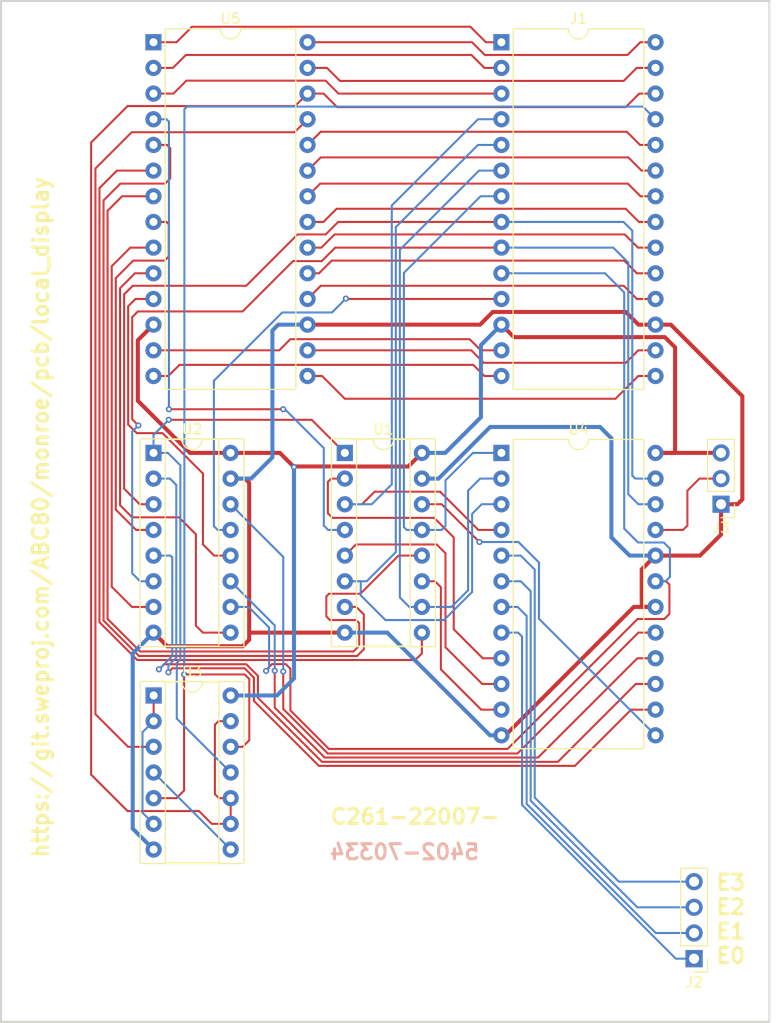
<source format=kicad_pcb>
(kicad_pcb (version 20240108) (generator "pcbnew") (generator_version "8.0")
  (title_block (title "Monroe Local Display") (date "2024-10-31") (rev "ver 0.01") (company "SweProj"))
  (layers (0 "F.Cu" signal) (31 "B.Cu" signal) (34 "B.Paste" user) (35 "F.Paste" user) (36 "B.SilkS" user "B.Silkscreen") (37 "F.SilkS" user "F.Silkscreen") (38 "B.Mask" user) (39 "F.Mask" user) (44 "Edge.Cuts" user))
  (net 0 "")
  (net 1 "/E7")
  (net 2 "/E8")
  (net 3 "/E4")
  (net 4 "Net-(J3-Pin_2)")
  (net 5 "/E2")
  (net 6 "/E10")
  (net 7 "/E1")
  (net 8 "VCC")
  (net 9 "Net-(U1-I0c)")
  (net 10 "Net-(U2-I0a)")
  (net 11 "/E3")
  (net 12 "Net-(U2-I0c)")
  (net 13 "Net-(U1-I0a)")
  (net 14 "Net-(U1-I0d)")
  (net 15 "GND")
  (net 16 "Net-(U1-I0b)")
  (net 17 "/E0")
  (net 18 "/E5")
  (net 19 "/E9")
  (net 20 "/E6")
  (net 21 "Net-(U2-I0d)")
  (net 22 "Net-(U2-I0b)")
  (net 23 "/UNDLN")
  (net 24 "/CHABL")
  (net 25 "/VDC")
  (net 26 "/R3")
  (net 27 "/LD{slash}~{SH}")
  (net 28 "/RETBL")
  (net 29 "Net-(U1-Za)")
  (net 30 "Net-(U2-Zc)")
  (net 31 "/VSYNC")
  (net 32 "/CURSOR")
  (net 33 "Net-(U2-Zb)")
  (net 34 "/BLINK")
  (net 35 "/R1")
  (net 36 "/ATTBE")
  (net 37 "/REVID")
  (net 38 "/R2")
  (net 39 "Net-(U1-Zc)")
  (net 40 "/MS0")
  (net 41 "/VIDEO")
  (net 42 "Net-(U1-Zb)")
  (net 43 "/MS1")
  (net 44 "Net-(U2-Zd)")
  (net 45 "Net-(U2-Za)")
  (net 46 "/R0")
  (net 47 "Net-(U1-Zd)")
  (net 48 "/STKRU")
  (net 49 "Net-(U1-S)")
  (net 50 "/A7")
  (net 51 "/MS0_IN")
  (net 52 "Net-(U3-Pad1)")
  (net 53 "Net-(U3-Pad4)")
  (footprint "Package_DIP:DIP-28_W15.24mm" (layer "F.Cu") (at 79.497 44.079)
    (property "Reference" "J1")
    (property "Value" "Conn_02x14_Counter_Clockwise")
  )
  (footprint "Connector_PinHeader_2.54mm:PinHeader_1x04_P2.54mm_Vertical" (layer "F.Cu") (at 98.552 134.747 180)
    (property "Reference" "J2")
    (property "Value" "Conn_01x04_Pin")
  )
  (footprint "Connector_PinHeader_2.54mm:PinHeader_1x03_P2.54mm_Vertical" (layer "F.Cu") (at 101.219 89.789 180)
    (property "Reference" "J3")
    (property "Value" "Conn_01x03_Pin")
  )
  (footprint "Package_DIP:DIP-14_W7.62mm_Socket" (layer "F.Cu") (at 45.095 108.707)
    (property "Reference" "U3")
    (property "Value" "74LS00")
  )
  (footprint "Package_DIP:DIP-16_W7.62mm_Socket" (layer "F.Cu") (at 64.008 84.709)
    (property "Reference" "U1")
    (property "Value" "74LS157")
  )
  (footprint "Package_DIP:DIP-28_W15.24mm" (layer "F.Cu") (at 45.08 44.079)
    (property "Reference" "U5")
    (property "Value" "~")
  )
  (footprint "Package_DIP:DIP-16_W7.62mm_Socket" (layer "F.Cu") (at 45.085 84.709)
    (property "Reference" "U2")
    (property "Value" "74LS157")
  )
  (footprint "Package_DIP:DIP-24_W15.24mm" (layer "F.Cu") (at 79.497 84.709)
    (property "Reference" "U4")
    (property "Value" "2732")
  )
  (gr_line (start 30 141) (end 106 141) (stroke (width 0.2)) (layer "Edge.Cuts"))
  (gr_line (start 106 40) (end 106 141) (stroke (width 0.2)) (layer "Edge.Cuts"))
  (gr_line (start 30 40) (end 106 40) (stroke (width 0.2)) (layer "Edge.Cuts"))
  (gr_line (start 30 40) (end 30 141) (stroke (width 0.2)) (layer "Edge.Cuts"))
  (gr_text "5402-70334" (at 77.47 125.0696 0) (layer "B.SilkS") (effects (font (size 1.5 1.5) (thickness 0.3) (bold yes)) (justify left bottom mirror)))
  (gr_text "C261-22007-" (at 62.4332 121.5644 0) (layer "F.SilkS") (effects (font (size 1.5 1.5) (thickness 0.3) (bold yes)) (justify left bottom)))
  (gr_text "https://git.sweproj.com/ABC80/monroe/pcb/local_display" (at 34.798 124.9172 90) (layer "F.SilkS") (effects (font (size 1.5 1.5) (thickness 0.3) (bold yes)) (justify left bottom)))
  (gr_text "E3\nE2\nE1\nE0" (at 100.584 135.3312 0) (layer "F.SilkS") (effects (font (size 1.5 1.5) (thickness 0.3) (bold yes)) (justify left bottom)))
  (segment (start 79.497 84.709) (end 76.6826 84.709) (width 0.2) (layer "B.Cu") (net 1))
  (segment (start 73.5838 92.329) (end 71.628 92.329) (width 0.2) (layer "B.Cu") (net 1))
  (segment (start 69.85 66.9036) (end 69.85 92.0496) (width 0.2) (layer "B.Cu") (net 1))
  (segment (start 79.497 59.319) (end 77.4346 59.319) (width 0.2) (layer "B.Cu") (net 1))
  (segment (start 73.9648 87.4268) (end 73.9648 91.948) (width 0.2) (layer "B.Cu") (net 1))
  (segment (start 69.85 92.0496) (end 70.1294 92.329) (width 0.2) (layer "B.Cu") (net 1))
  (segment (start 76.6826 84.709) (end 73.9648 87.4268) (width 0.2) (layer "B.Cu") (net 1))
  (segment (start 73.9648 91.948) (end 73.5838 92.329) (width 0.2) (layer "B.Cu") (net 1))
  (segment (start 77.4346 59.319) (end 69.85 66.9036) (width 0.2) (layer "B.Cu") (net 1))
  (segment (start 70.1294 92.329) (end 71.628 92.329) (width 0.2) (layer "B.Cu") (net 1))
  (segment (start 42.1768 88.2524) (end 42.1768 69.0244) (width 0.2) (layer "F.Cu") (net 2))
  (segment (start 42.1768 69.0244) (end 43.0276 68.1736) (width 0.2) (layer "F.Cu") (net 2))
  (segment (start 43.7134 89.789) (end 42.1768 88.2524) (width 0.2) (layer "F.Cu") (net 2))
  (segment (start 62.113002 63.0936) (end 63.347602 61.859) (width 0.2) (layer "F.Cu") (net 2))
  (segment (start 43.0276 68.1736) (end 54.2544 68.1736) (width 0.2) (layer "F.Cu") (net 2))
  (segment (start 59.3344 63.0936) (end 62.113002 63.0936) (width 0.2) (layer "F.Cu") (net 2))
  (segment (start 54.2544 68.1736) (end 59.3344 63.0936) (width 0.2) (layer "F.Cu") (net 2))
  (segment (start 45.085 89.789) (end 43.7134 89.789) (width 0.2) (layer "F.Cu") (net 2))
  (segment (start 63.347602 61.859) (end 79.497 61.859) (width 0.2) (layer "F.Cu") (net 2))
  (segment (start 94.737 87.249) (end 92.7354 87.249) (width 0.2) (layer "B.Cu") (net 2))
  (segment (start 91.577 61.859) (end 79.497 61.859) (width 0.2) (layer "B.Cu") (net 2))
  (segment (start 92.4432 62.7252) (end 91.577 61.859) (width 0.2) (layer "B.Cu") (net 2))
  (segment (start 92.4432 86.9568) (end 92.4432 62.7252) (width 0.2) (layer "B.Cu") (net 2))
  (segment (start 92.7354 87.249) (end 92.4432 86.9568) (width 0.2) (layer "B.Cu") (net 2))
  (segment (start 77.21364 92.329) (end 79.497 92.329) (width 0.2) (layer "F.Cu") (net 3))
  (segment (start 65.7098 89.789) (end 66.9544 88.5444) (width 0.2) (layer "F.Cu") (net 3))
  (segment (start 73.42904 88.5444) (end 77.21364 92.329) (width 0.2) (layer "F.Cu") (net 3))
  (segment (start 66.9544 88.5444) (end 73.42904 88.5444) (width 0.2) (layer "F.Cu") (net 3))
  (segment (start 64.008 89.789) (end 65.7098 89.789) (width 0.2) (layer "F.Cu") (net 3))
  (segment (start 77.1806 51.699) (end 68.65 60.2296) (width 0.2) (layer "B.Cu") (net 3))
  (segment (start 79.497 51.699) (end 77.1806 51.699) (width 0.2) (layer "B.Cu") (net 3))
  (segment (start 68.65 60.2296) (end 68.65 87.814) (width 0.2) (layer "B.Cu") (net 3))
  (segment (start 68.65 87.814) (end 66.675 89.789) (width 0.2) (layer "B.Cu") (net 3))
  (segment (start 66.675 89.789) (end 64.008 89.789) (width 0.2) (layer "B.Cu") (net 3))
  (segment (start 97.4598 92.329) (end 97.8916 91.8972) (width 0.2) (layer "F.Cu") (net 4))
  (segment (start 99.0854 87.249) (end 101.219 87.249) (width 0.2) (layer "F.Cu") (net 4))
  (segment (start 97.8916 91.8972) (end 97.8916 88.4428) (width 0.2) (layer "F.Cu") (net 4))
  (segment (start 94.737 92.329) (end 97.4598 92.329) (width 0.2) (layer "F.Cu") (net 4))
  (segment (start 97.8916 88.4428) (end 99.0854 87.249) (width 0.2) (layer "F.Cu") (net 4))
  (segment (start 82.389 98.391) (end 81.407 97.409) (width 0.2) (layer "B.Cu") (net 5))
  (segment (start 81.407 97.409) (end 79.497 97.409) (width 0.2) (layer "B.Cu") (net 5))
  (segment (start 92.9386 129.667) (end 82.389 119.1174) (width 0.2) (layer "B.Cu") (net 5))
  (segment (start 82.389 119.1174) (end 82.389 98.391) (width 0.2) (layer "B.Cu") (net 5))
  (segment (start 98.552 129.667) (end 92.9386 129.667) (width 0.2) (layer "B.Cu") (net 5))
  (segment (start 92.964 101.1428) (end 80.1116 113.9952) (width 0.2) (layer "F.Cu") (net 6))
  (segment (start 96.1136 100.6348) (end 95.6056 101.1428) (width 0.2) (layer "F.Cu") (net 6))
  (segment (start 58.6232 110.1852) (end 58.6232 106.065561) (width 0.2) (layer "F.Cu") (net 6))
  (segment (start 96.1136 97.7392) (end 96.1136 100.6348) (width 0.2) (layer "F.Cu") (net 6))
  (segment (start 95.7834 97.409) (end 96.1136 97.7392) (width 0.2) (layer "F.Cu") (net 6))
  (segment (start 56.801237 105.606167) (end 56.220635 106.186769) (width 0.2) (layer "F.Cu") (net 6))
  (segment (start 94.737 97.409) (end 95.7834 97.409) (width 0.2) (layer "F.Cu") (net 6))
  (segment (start 80.1116 113.9952) (end 62.4332 113.9952) (width 0.2) (layer "F.Cu") (net 6))
  (segment (start 58.6232 106.065561) (end 58.163806 105.606167) (width 0.2) (layer "F.Cu") (net 6))
  (segment (start 95.6056 101.1428) (end 92.964 101.1428) (width 0.2) (layer "F.Cu") (net 6))
  (segment (start 58.163806 105.606167) (end 56.801237 105.606167) (width 0.2) (layer "F.Cu") (net 6))
  (segment (start 56.220635 106.186769) (end 56.220635 106.272717) (width 0.2) (layer "F.Cu") (net 6))
  (segment (start 62.4332 113.9952) (end 58.6232 110.1852) (width 0.2) (layer "F.Cu") (net 6))
  (via (at 56.220635 106.272717) (size 0.6) (drill 0.3) (layers "F.Cu" "B.Cu") (net 6))
  (segment (start 95.5548 93.5736) (end 96.1644 94.1832) (width 0.2) (layer "B.Cu") (net 6))
  (segment (start 91.6432 68.834) (end 91.6432 92.199464) (width 0.2) (layer "B.Cu") (net 6))
  (segment (start 96.1644 96.9772) (end 95.7326 97.409) (width 0.2) (layer "B.Cu") (net 6))
  (segment (start 79.497 66.939) (end 89.7482 66.939) (width 0.2) (layer "B.Cu") (net 6))
  (segment (start 91.6432 92.199464) (end 93.017336 93.5736) (width 0.2) (layer "B.Cu") (net 6))
  (segment (start 56.515 101.981) (end 56.515 105.978352) (width 0.2) (layer "B.Cu") (net 6))
  (segment (start 54.483 99.949) (end 56.515 101.981) (width 0.2) (layer "B.Cu") (net 6))
  (segment (start 96.1644 94.1832) (end 96.1644 96.9772) (width 0.2) (layer "B.Cu") (net 6))
  (segment (start 52.705 99.949) (end 54.483 99.949) (width 0.2) (layer "B.Cu") (net 6))
  (segment (start 95.7326 97.409) (end 94.737 97.409) (width 0.2) (layer "B.Cu") (net 6))
  (segment (start 89.7482 66.939) (end 91.6432 68.834) (width 0.2) (layer "B.Cu") (net 6))
  (segment (start 56.515 105.978352) (end 56.220635 106.272717) (width 0.2) (layer "B.Cu") (net 6))
  (segment (start 93.017336 93.5736) (end 95.5548 93.5736) (width 0.2) (layer "B.Cu") (net 6))
  (segment (start 81.989 119.4286) (end 81.989 100.8358) (width 0.2) (layer "B.Cu") (net 7))
  (segment (start 98.552 132.207) (end 94.7674 132.207) (width 0.2) (layer "B.Cu") (net 7))
  (segment (start 81.989 100.8358) (end 81.1022 99.949) (width 0.2) (layer "B.Cu") (net 7))
  (segment (start 94.7674 132.207) (end 81.989 119.4286) (width 0.2) (layer "B.Cu") (net 7))
  (segment (start 81.1022 99.949) (end 79.497 99.949) (width 0.2) (layer "B.Cu") (net 7))
  (segment (start 57.5818 84.709) (end 58.9788 86.106) (width 0.4) (layer "F.Cu") (net 8))
  (segment (start 64.511257 86.0552) (end 64.505057 86.049) (width 0.4) (layer "F.Cu") (net 8))
  (segment (start 43.5356 79.5528) (end 48.6918 84.709) (width 0.4) (layer "F.Cu") (net 8))
  (segment (start 43.5356 73.5634) (end 43.5356 79.5528) (width 0.4) (layer "F.Cu") (net 8))
  (segment (start 79.497 72.019) (end 80.7316 73.2536) (width 0.4) (layer "F.Cu") (net 8))
  (segment (start 59.0358 86.049) (end 58.9788 86.106) (width 0.4) (layer "F.Cu") (net 8))
  (segment (start 95.6564 73.2536) (end 96.6724 74.2696) (width 0.4) (layer "F.Cu") (net 8))
  (segment (start 45.08 72.019) (end 43.5356 73.5634) (width 0.4) (layer "F.Cu") (net 8))
  (segment (start 94.737 84.709) (end 101.219 84.709) (width 0.4) (layer "F.Cu") (net 8))
  (segment (start 71.628 84.709) (end 70.2818 86.0552) (width 0.4) (layer "F.Cu") (net 8))
  (segment (start 64.505057 86.049) (end 59.0358 86.049) (width 0.4) (layer "F.Cu") (net 8))
  (segment (start 70.2818 86.0552) (end 64.511257 86.0552) (width 0.4) (layer "F.Cu") (net 8))
  (segment (start 48.6918 84.709) (end 52.705 84.709) (width 0.4) (layer "F.Cu") (net 8))
  (segment (start 52.705 84.709) (end 57.5818 84.709) (width 0.4) (layer "F.Cu") (net 8))
  (segment (start 96.6724 84.709) (end 94.737 84.709) (width 0.4) (layer "F.Cu") (net 8))
  (segment (start 80.7316 73.2536) (end 95.6564 73.2536) (width 0.4) (layer "F.Cu") (net 8))
  (segment (start 96.6724 74.2696) (end 96.6724 84.709) (width 0.4) (layer "F.Cu") (net 8))
  (via (at 58.9788 86.106) (size 0.6) (drill 0.3) (layers "F.Cu" "B.Cu") (net 8))
  (segment (start 71.628 84.709) (end 73.9394 84.709) (width 0.4) (layer "B.Cu") (net 8))
  (segment (start 77.47 74.046) (end 79.497 72.019) (width 0.4) (layer "B.Cu") (net 8))
  (segment (start 58.9788 107.0252) (end 58.9788 86.106) (width 0.4) (layer "B.Cu") (net 8))
  (segment (start 77.47 81.1784) (end 77.47 74.046) (width 0.4) (layer "B.Cu") (net 8))
  (segment (start 52.715 108.707) (end 57.297 108.707) (width 0.4) (layer "B.Cu") (net 8))
  (segment (start 57.297 108.707) (end 58.9788 107.0252) (width 0.4) (layer "B.Cu") (net 8))
  (segment (start 73.9394 84.709) (end 77.47 81.1784) (width 0.4) (layer "B.Cu") (net 8))
  (segment (start 73.5076 97.9932) (end 73.5076 106.1212) (width 0.2) (layer "F.Cu") (net 9))
  (segment (start 77.4954 110.109) (end 79.497 110.109) (width 0.2) (layer "F.Cu") (net 9))
  (segment (start 72.9234 97.409) (end 73.5076 97.9932) (width 0.2) (layer "F.Cu") (net 9))
  (segment (start 71.628 97.409) (end 72.9234 97.409) (width 0.2) (layer "F.Cu") (net 9))
  (segment (start 73.5076 106.1212) (end 77.4954 110.109) (width 0.2) (layer "F.Cu") (net 9))
  (segment (start 61.4426 115.6716) (end 55.0164 109.2454) (width 0.2) (layer "F.Cu") (net 10))
  (segment (start 46.951683 106.0196) (end 46.555683 106.4156) (width 0.2) (layer "F.Cu") (net 10))
  (segment (start 94.737 110.109) (end 92.329 110.109) (width 0.2) (layer "F.Cu") (net 10))
  (segment (start 55.0164 109.2454) (end 55.0164 106.940886) (width 0.2) (layer "F.Cu") (net 10))
  (segment (start 54.095114 106.0196) (end 46.951683 106.0196) (width 0.2) (layer "F.Cu") (net 10))
  (segment (start 92.329 110.109) (end 86.7664 115.6716) (width 0.2) (layer "F.Cu") (net 10))
  (segment (start 55.0164 106.940886) (end 54.095114 106.0196) (width 0.2) (layer "F.Cu") (net 10))
  (segment (start 86.7664 115.6716) (end 61.4426 115.6716) (width 0.2) (layer "F.Cu") (net 10))
  (via (at 46.555683 106.4156) (size 0.6) (drill 0.3) (layers "F.Cu" "B.Cu") (net 10))
  (segment (start 47.3392 104.966088) (end 46.555683 105.749605) (width 0.2) (layer "B.Cu") (net 10))
  (segment (start 45.085 87.249) (end 46.7106 87.249) (width 0.2) (layer "B.Cu") (net 10))
  (segment (start 46.7106 87.249) (end 47.3392 87.8776) (width 0.2) (layer "B.Cu") (net 10))
  (segment (start 46.555683 105.749605) (end 46.555683 106.4156) (width 0.2) (layer "B.Cu") (net 10))
  (segment (start 47.3392 87.8776) (end 47.3392 104.966088) (width 0.2) (layer "B.Cu") (net 10))
  (segment (start 81.407 94.869) (end 82.789 96.251) (width 0.2) (layer "B.Cu") (net 11))
  (segment (start 79.497 94.869) (end 81.407 94.869) (width 0.2) (layer "B.Cu") (net 11))
  (segment (start 82.789 96.251) (end 82.789 118.8062) (width 0.2) (layer "B.Cu") (net 11))
  (segment (start 91.1098 127.127) (end 98.552 127.127) (width 0.2) (layer "B.Cu") (net 11))
  (segment (start 82.789 118.8062) (end 91.1098 127.127) (width 0.2) (layer "B.Cu") (net 11))
  (segment (start 57.070476 109.902476) (end 57.070476 106.256167) (width 0.2) (layer "F.Cu") (net 12))
  (segment (start 62.014 114.846) (end 57.070476 109.902476) (width 0.2) (layer "F.Cu") (net 12))
  (segment (start 94.737 105.029) (end 92.9386 105.029) (width 0.2) (layer "F.Cu") (net 12))
  (segment (start 92.9386 105.029) (end 83.1216 114.846) (width 0.2) (layer "F.Cu") (net 12))
  (segment (start 83.1216 114.846) (end 62.014 114.846) (width 0.2) (layer "F.Cu") (net 12))
  (via (at 57.070476 106.256167) (size 0.6) (drill 0.3) (layers "F.Cu" "B.Cu") (net 12))
  (segment (start 52.705 97.409) (end 57.070476 101.774476) (width 0.2) (layer "B.Cu") (net 12))
  (segment (start 57.070476 101.774476) (end 57.070476 106.256167) (width 0.2) (layer "B.Cu") (net 12))
  (segment (start 74.7776 93.0656) (end 74.7776 102.1588) (width 0.2) (layer "F.Cu") (net 13))
  (segment (start 64.008 87.249) (end 62.6618 87.249) (width 0.2) (layer "F.Cu") (net 13))
  (segment (start 77.6478 105.029) (end 79.497 105.029) (width 0.2) (layer "F.Cu") (net 13))
  (segment (start 62.3316 87.5792) (end 62.3316 90.678) (width 0.2) (layer "F.Cu") (net 13))
  (segment (start 62.7888 91.1352) (end 72.8472 91.1352) (width 0.2) (layer "F.Cu") (net 13))
  (segment (start 62.6618 87.249) (end 62.3316 87.5792) (width 0.2) (layer "F.Cu") (net 13))
  (segment (start 72.8472 91.1352) (end 74.7776 93.0656) (width 0.2) (layer "F.Cu") (net 13))
  (segment (start 62.3316 90.678) (end 62.7888 91.1352) (width 0.2) (layer "F.Cu") (net 13))
  (segment (start 74.7776 102.1588) (end 77.6478 105.029) (width 0.2) (layer "F.Cu") (net 13))
  (segment (start 73.583806 89.789) (end 77.317606 93.5228) (width 0.2) (layer "F.Cu") (net 14))
  (segment (start 71.628 89.789) (end 73.583806 89.789) (width 0.2) (layer "F.Cu") (net 14))
  (via (at 77.317606 93.5228) (size 0.6) (drill 0.3) (layers "F.Cu" "B.Cu") (net 14))
  (segment (start 81.1784 93.5228) (end 77.317606 93.5228) (width 0.2) (layer "B.Cu") (net 14))
  (segment (start 83.2104 95.5548) (end 81.1784 93.5228) (width 0.2) (layer "B.Cu") (net 14))
  (segment (start 83.2104 101.1224) (end 83.2104 95.5548) (width 0.2) (layer "B.Cu") (net 14))
  (segment (start 94.737 112.649) (end 83.2104 101.1224) (width 0.2) (layer "B.Cu") (net 14))
  (segment (start 54.5719 102.489) (end 54.5465 102.4636) (width 0.4) (layer "F.Cu") (net 15))
  (segment (start 93.3704 96.2356) (end 94.737 94.869) (width 0.4) (layer "F.Cu") (net 15))
  (segment (start 46.4312 103.8352) (end 53.910428 103.8352) (width 0.4) (layer "F.Cu") (net 15))
  (segment (start 94.737 99.949) (end 93.3704 99.949) (width 0.4) (layer "F.Cu") (net 15))
  (segment (start 92.583 99.949) (end 94.737 99.949) (width 0.4) (layer "F.Cu") (net 15))
  (segment (start 64.008 102.489) (end 54.5719 102.489) (width 0.4) (layer "F.Cu") (net 15))
  (segment (start 77.3838 72.019) (end 78.6384 70.7644) (width 0.4) (layer "F.Cu") (net 15))
  (segment (start 79.497 112.649) (end 79.883 112.649) (width 0.4) (layer "F.Cu") (net 15))
  (segment (start 54.1274 87.249) (end 52.705 87.249) (width 0.4) (layer "F.Cu") (net 15))
  (segment (start 99.1362 94.869) (end 101.219 92.7862) (width 0.4) (layer "F.Cu") (net 15))
  (segment (start 96.2506 72.019) (end 103.3272 79.0956) (width 0.4) (layer "F.Cu") (net 15))
  (segment (start 60.32 72.019) (end 77.3838 72.019) (width 0.4) (layer "F.Cu") (net 15))
  (segment (start 78.6384 70.7644) (end 91.7956 70.7644) (width 0.4) (layer "F.Cu") (net 15))
  (segment (start 103.3272 89.3064) (end 102.8446 89.789) (width 0.4) (layer "F.Cu") (net 15))
  (segment (start 103.3272 79.0956) (end 103.3272 89.3064) (width 0.4) (layer "F.Cu") (net 15))
  (segment (start 54.5465 87.6681) (end 54.1274 87.249) (width 0.4) (layer "F.Cu") (net 15))
  (segment (start 45.085 102.489) (end 46.4312 103.8352) (width 0.4) (layer "F.Cu") (net 15))
  (segment (start 102.8446 89.789) (end 101.219 89.789) (width 0.4) (layer "F.Cu") (net 15))
  (segment (start 93.3704 99.949) (end 93.3704 96.2356) (width 0.4) (layer "F.Cu") (net 15))
  (segment (start 93.0502 72.019) (end 94.737 72.019) (width 0.4) (layer "F.Cu") (net 15))
  (segment (start 94.737 72.019) (end 96.2506 72.019) (width 0.4) (layer "F.Cu") (net 15))
  (segment (start 79.883 112.649) (end 92.583 99.949) (width 0.4) (layer "F.Cu") (net 15))
  (segment (start 94.737 94.869) (end 99.1362 94.869) (width 0.4) (layer "F.Cu") (net 15))
  (segment (start 53.910428 103.8352) (end 54.5465 103.199128) (width 0.4) (layer "F.Cu") (net 15))
  (segment (start 101.219 92.7862) (end 101.219 89.789) (width 0.4) (layer "F.Cu") (net 15))
  (segment (start 91.7956 70.7644) (end 93.0502 72.019) (width 0.4) (layer "F.Cu") (net 15))
  (segment (start 54.5465 103.199128) (end 54.5465 87.6681) (width 0.4) (layer "F.Cu") (net 15))
  (segment (start 43.0276 121.8796) (end 43.0276 104.5464) (width 0.4) (layer "B.Cu") (net 15))
  (segment (start 78.3844 82.1436) (end 89.2556 82.1436) (width 0.4) (layer "B.Cu") (net 15))
  (segment (start 43.0276 104.5464) (end 45.085 102.489) (width 0.4) (layer "B.Cu") (net 15))
  (segment (start 56.8452 85.1408) (end 56.8452 72.5932) (width 0.4) (layer "B.Cu") (net 15))
  (segment (start 90.3732 83.2612) (end 90.3732 93.0656) (width 0.4) (layer "B.Cu") (net 15))
  (segment (start 57.4194 72.019) (end 60.32 72.019) (width 0.4) (layer "B.Cu") (net 15))
  (segment (start 68.20563 102.489) (end 64.008 102.489) (width 0.4) (layer "B.Cu") (net 15))
  (segment (start 52.705 87.249) (end 54.737 87.249) (width 0.4) (layer "B.Cu") (net 15))
  (segment (start 54.737 87.249) (end 56.8452 85.1408) (width 0.4) (layer "B.Cu") (net 15))
  (segment (start 90.3732 93.0656) (end 92.1766 94.869) (width 0.4) (layer "B.Cu") (net 15))
  (segment (start 71.628 87.249) (end 73.279 87.249) (width 0.4) (layer "B.Cu") (net 15))
  (segment (start 73.279 87.249) (end 78.3844 82.1436) (width 0.4) (layer "B.Cu") (net 15))
  (segment (start 56.8452 72.5932) (end 57.4194 72.019) (width 0.4) (layer "B.Cu") (net 15))
  (segment (start 79.497 112.649) (end 78.36563 112.649) (width 0.4) (layer "B.Cu") (net 15))
  (segment (start 45.095 123.947) (end 43.0276 121.8796) (width 0.4) (layer "B.Cu") (net 15))
  (segment (start 89.2556 82.1436) (end 90.3732 83.2612) (width 0.4) (layer "B.Cu") (net 15))
  (segment (start 78.36563 112.649) (end 68.20563 102.489) (width 0.4) (layer "B.Cu") (net 15))
  (segment (start 92.1766 94.869) (end 94.737 94.869) (width 0.4) (layer "B.Cu") (net 15))
  (segment (start 65.108 93.769) (end 73.0934 93.769) (width 0.2) (layer "F.Cu") (net 16))
  (segment (start 73.9648 103.9368) (end 77.597 107.569) (width 0.2) (layer "F.Cu") (net 16))
  (segment (start 73.9648 94.6404) (end 73.9648 103.9368) (width 0.2) (layer "F.Cu") (net 16))
  (segment (start 64.008 94.869) (end 65.108 93.769) (width 0.2) (layer "F.Cu") (net 16))
  (segment (start 77.597 107.569) (end 79.497 107.569) (width 0.2) (layer "F.Cu") (net 16))
  (segment (start 73.0934 93.769) (end 73.9648 94.6404) (width 0.2) (layer "F.Cu") (net 16))
  (segment (start 98.552 134.747) (end 96.741714 134.747) (width 0.2) (layer "B.Cu") (net 17))
  (segment (start 96.741714 134.747) (end 81.534 119.539286) (width 0.2) (layer "B.Cu") (net 17))
  (segment (start 81.534 102.87) (end 81.153 102.489) (width 0.2) (layer "B.Cu") (net 17))
  (segment (start 81.534 119.539286) (end 81.534 102.87) (width 0.2) (layer "B.Cu") (net 17))
  (segment (start 81.153 102.489) (end 79.497 102.489) (width 0.2) (layer "B.Cu") (net 17))
  (segment (start 66.167 97.409) (end 64.008 97.409) (width 0.2) (layer "B.Cu") (net 18))
  (segment (start 76.6 90.7352) (end 77.5462 89.789) (width 0.2) (layer "B.Cu") (net 18))
  (segment (start 79.497 54.239) (end 77.1806 54.239) (width 0.2) (layer "B.Cu") (net 18))
  (segment (start 73.819286 101.2444) (end 76.6 98.463686) (width 0.2) (layer "B.Cu") (net 18))
  (segment (start 69.05 62.3696) (end 69.05 94.526) (width 0.2) (layer "B.Cu") (net 18))
  (segment (start 69.05 94.526) (end 66.167 97.409) (width 0.2) (layer "B.Cu") (net 18))
  (segment (start 77.5462 89.789) (end 79.497 89.789) (width 0.2) (layer "B.Cu") (net 18))
  (segment (start 65.5828 98.806) (end 68.0212 101.2444) (width 0.2) (layer "B.Cu") (net 18))
  (segment (start 65.5828 97.409) (end 65.5828 98.806) (width 0.2) (layer "B.Cu") (net 18))
  (segment (start 76.6 98.463686) (end 76.6 90.7352) (width 0.2) (layer "B.Cu") (net 18))
  (segment (start 77.1806 54.239) (end 69.05 62.3696) (width 0.2) (layer "B.Cu") (net 18))
  (segment (start 68.0212 101.2444) (end 73.819286 101.2444) (width 0.2) (layer "B.Cu") (net 18))
  (segment (start 64.008 97.409) (end 65.5828 97.409) (width 0.2) (layer "B.Cu") (net 18))
  (segment (start 79.497 64.399) (end 63.0582 64.399) (width 0.2) (layer "F.Cu") (net 19))
  (segment (start 58.8772 65.7352) (end 53.8988 70.7136) (width 0.2) (layer "F.Cu") (net 19))
  (segment (start 61.722 65.7352) (end 58.8772 65.7352) (width 0.2) (layer "F.Cu") (net 19))
  (segment (start 42.9768 81.37676) (end 43.58882 81.98878) (width 0.2) (layer "F.Cu") (net 19))
  (segment (start 63.0582 64.399) (end 61.722 65.7352) (width 0.2) (layer "F.Cu") (net 19))
  (segment (start 43.5356 70.7136) (end 42.9768 71.2724) (width 0.2) (layer "F.Cu") (net 19))
  (segment (start 53.8988 70.7136) (end 43.5356 70.7136) (width 0.2) (layer "F.Cu") (net 19))
  (segment (start 42.9768 71.2724) (end 42.9768 81.37676) (width 0.2) (layer "F.Cu") (net 19))
  (via (at 43.58882 81.98878) (size 0.6) (drill 0.3) (layers "F.Cu" "B.Cu") (net 19))
  (segment (start 92.0432 88.792) (end 93.0402 89.789) (width 0.2) (layer "B.Cu") (net 19))
  (segment (start 92.0432 65.8812) (end 92.0432 88.792) (width 0.2) (layer "B.Cu") (net 19))
  (segment (start 42.9768 96.6216) (end 42.9768 82.6008) (width 0.2) (layer "B.Cu") (net 19))
  (segment (start 45.085 97.409) (end 43.7642 97.409) (width 0.2) (layer "B.Cu") (net 19))
  (segment (start 43.7642 97.409) (end 42.9768 96.6216) (width 0.2) (layer "B.Cu") (net 19))
  (segment (start 93.0402 89.789) (end 94.737 89.789) (width 0.2) (layer "B.Cu") (net 19))
  (segment (start 42.9768 82.6008) (end 43.58882 81.98878) (width 0.2) (layer "B.Cu") (net 19))
  (segment (start 90.561 64.399) (end 92.0432 65.8812) (width 0.2) (layer "B.Cu") (net 19))
  (segment (start 79.497 64.399) (end 90.561 64.399) (width 0.2) (layer "B.Cu") (net 19))
  (segment (start 70.3834 99.949) (end 69.45 99.0156) (width 0.2) (layer "B.Cu") (net 20))
  (segment (start 76.2 88.4428) (end 76.2 98.298) (width 0.2) (layer "B.Cu") (net 20))
  (segment (start 71.628 99.949) (end 70.3834 99.949) (width 0.2) (layer "B.Cu") (net 20))
  (segment (start 79.497 87.249) (end 77.3938 87.249) (width 0.2) (layer "B.Cu") (net 20))
  (segment (start 69.45 99.0156) (end 69.45 64.6112) (width 0.2) (layer "B.Cu") (net 20))
  (segment (start 77.3938 87.249) (end 76.2 88.4428) (width 0.2) (layer "B.Cu") (net 20))
  (segment (start 69.45 64.6112) (end 77.2822 56.779) (width 0.2) (layer "B.Cu") (net 20))
  (segment (start 76.2 98.298) (end 74.549 99.949) (width 0.2) (layer "B.Cu") (net 20))
  (segment (start 77.2822 56.779) (end 79.497 56.779) (width 0.2) (layer "B.Cu") (net 20))
  (segment (start 74.549 99.949) (end 71.628 99.949) (width 0.2) (layer "B.Cu") (net 20))
  (segment (start 81.0832 114.446) (end 62.318314 114.446) (width 0.2) (layer "F.Cu") (net 21))
  (segment (start 93.0402 102.489) (end 81.0832 114.446) (width 0.2) (layer "F.Cu") (net 21))
  (segment (start 94.737 102.489) (end 93.0402 102.489) (width 0.2) (layer "F.Cu") (net 21))
  (segment (start 57.916931 110.044617) (end 57.916931 106.333742) (width 0.2) (layer "F.Cu") (net 21))
  (segment (start 62.318314 114.446) (end 57.916931 110.044617) (width 0.2) (layer "F.Cu") (net 21))
  (via (at 57.916931 106.333742) (size 0.6) (drill 0.3) (layers "F.Cu" "B.Cu") (net 21))
  (segment (start 52.705 89.789) (end 57.916931 95.000931) (width 0.2) (layer "B.Cu") (net 21))
  (segment (start 57.916931 95.000931) (end 57.916931 106.333742) (width 0.2) (layer "B.Cu") (net 21))
  (segment (start 54.2608 105.6196) (end 46.120002 105.6196) (width 0.2) (layer "F.Cu") (net 22))
  (segment (start 85.0836 115.2716) (end 61.746915 115.2716) (width 0.2) (layer "F.Cu") (net 22))
  (segment (start 55.4164 106.7752) (end 54.2608 105.6196) (width 0.2) (layer "F.Cu") (net 22))
  (segment (start 46.120002 105.6196) (end 45.618402 106.1212) (width 0.2) (layer "F.Cu") (net 22))
  (segment (start 61.746915 115.2716) (end 55.4164 108.941085) (width 0.2) (layer "F.Cu") (net 22))
  (segment (start 92.7862 107.569) (end 85.0836 115.2716) (width 0.2) (layer "F.Cu") (net 22))
  (segment (start 55.4164 108.941085) (end 55.4164 106.7752) (width 0.2) (layer "F.Cu") (net 22))
  (segment (start 94.737 107.569) (end 92.7862 107.569) (width 0.2) (layer "F.Cu") (net 22))
  (via (at 45.618402 106.1212) (size 0.6) (drill 0.3) (layers "F.Cu" "B.Cu") (net 22))
  (segment (start 46.9392 95.0468) (end 46.9392 104.800402) (width 0.2) (layer "B.Cu") (net 22))
  (segment (start 45.085 94.869) (end 46.7614 94.869) (width 0.2) (layer "B.Cu") (net 22))
  (segment (start 46.7614 94.869) (end 46.9392 95.0468) (width 0.2) (layer "B.Cu") (net 22))
  (segment (start 46.9392 104.800402) (end 45.618402 106.1212) (width 0.2) (layer "B.Cu") (net 22))
  (segment (start 62.992 63.0936) (end 91.694 63.0936) (width 0.2) (layer "F.Cu") (net 23))
  (segment (start 60.32 64.399) (end 61.6866 64.399) (width 0.2) (layer "F.Cu") (net 23))
  (segment (start 92.9994 64.399) (end 94.737 64.399) (width 0.2) (layer "F.Cu") (net 23))
  (segment (start 91.694 63.0936) (end 92.9994 64.399) (width 0.2) (layer "F.Cu") (net 23))
  (segment (start 61.6866 64.399) (end 62.992 63.0936) (width 0.2) (layer "F.Cu") (net 23))
  (segment (start 93.2534 59.319) (end 94.737 59.319) (width 0.2) (layer "F.Cu") (net 24))
  (segment (start 61.5746 58.0644) (end 91.9988 58.0644) (width 0.2) (layer "F.Cu") (net 24))
  (segment (start 91.9988 58.0644) (end 93.2534 59.319) (width 0.2) (layer "F.Cu") (net 24))
  (segment (start 60.32 59.319) (end 61.5746 58.0644) (width 0.2) (layer "F.Cu") (net 24))
  (segment (start 45.08 49.159) (end 47.0562 49.159) (width 0.2) (layer "F.Cu") (net 25))
  (segment (start 47.0562 49.159) (end 48.3362 47.879) (width 0.2) (layer "F.Cu") (net 25))
  (segment (start 62.103 47.879) (end 63.383 49.159) (width 0.2) (layer "F.Cu") (net 25))
  (segment (start 48.3362 47.879) (end 62.103 47.879) (width 0.2) (layer "F.Cu") (net 25))
  (segment (start 63.383 49.159) (end 79.497 49.159) (width 0.2) (layer "F.Cu") (net 25))
  (segment (start 77.8102 77.099) (end 79.497 77.099) (width 0.2) (layer "F.Cu") (net 26))
  (segment (start 45.08 77.099) (end 46.5482 77.099) (width 0.2) (layer "F.Cu") (net 26))
  (segment (start 76.7102 75.999) (end 77.8102 77.099) (width 0.2) (layer "F.Cu") (net 26))
  (segment (start 46.5482 77.099) (end 47.6482 75.999) (width 0.2) (layer "F.Cu") (net 26))
  (segment (start 47.6482 75.999) (end 76.7102 75.999) (width 0.2) (layer "F.Cu") (net 26))
  (segment (start 77.8102 46.619) (end 79.497 46.619) (width 0.2) (layer "F.Cu") (net 27))
  (segment (start 48.2854 45.339) (end 76.5302 45.339) (width 0.2) (layer "F.Cu") (net 27))
  (segment (start 45.08 46.619) (end 47.0054 46.619) (width 0.2) (layer "F.Cu") (net 27))
  (segment (start 47.0054 46.619) (end 48.2854 45.339) (width 0.2) (layer "F.Cu") (net 27))
  (segment (start 76.5302 45.339) (end 77.8102 46.619) (width 0.2) (layer "F.Cu") (net 27))
  (segment (start 91.9734 45.339) (end 93.2334 44.079) (width 0.2) (layer "F.Cu") (net 28))
  (segment (start 76.591 44.079) (end 77.851 45.339) (width 0.2) (layer "F.Cu") (net 28))
  (segment (start 93.2334 44.079) (end 94.737 44.079) (width 0.2) (layer "F.Cu") (net 28))
  (segment (start 60.32 44.079) (end 76.591 44.079) (width 0.2) (layer "F.Cu") (net 28))
  (segment (start 77.851 45.339) (end 91.9734 45.339) (width 0.2) (layer "F.Cu") (net 28))
  (segment (start 46.609 80.391) (end 46.608997 80.390997) (width 0.2) (layer "F.Cu") (net 29))
  (segment (start 57.912 80.391) (end 46.609 80.391) (width 0.2) (layer "F.Cu") (net 29))
  (via (at 46.608997 80.390997) (size 0.6) (drill 0.3) (layers "F.Cu" "B.Cu") (net 29))
  (via (at 57.912 80.391) (size 0.6) (drill 0.3) (layers "F.Cu" "B.Cu") (net 29))
  (segment (start 62.357 92.329) (end 61.9252 91.8972) (width 0.2) (layer "B.Cu") (net 29))
  (segment (start 61.9252 91.8972) (end 61.9252 84.2264) (width 0.2) (layer "B.Cu") (net 29))
  (segment (start 61.9252 84.2264) (end 58.0898 80.391) (width 0.2) (layer "B.Cu") (net 29))
  (segment (start 46.608997 51.942997) (end 46.608997 80.390997) (width 0.2) (layer "B.Cu") (net 29))
  (segment (start 58.0898 80.391) (end 57.912 80.391) (width 0.2) (layer "B.Cu") (net 29))
  (segment (start 45.08 51.699) (end 46.365 51.699) (width 0.2) (layer "B.Cu") (net 29))
  (segment (start 64.008 92.329) (end 62.357 92.329) (width 0.2) (layer "B.Cu") (net 29))
  (segment (start 46.365 51.699) (end 46.608997 51.942997) (width 0.2) (layer "B.Cu") (net 29))
  (segment (start 49.276 92.7608) (end 49.276 101.8032) (width 0.2) (layer "F.Cu") (net 30))
  (segment (start 45.08 66.939) (end 43.2462 66.939) (width 0.2) (layer "F.Cu") (net 30))
  (segment (start 41.7768 68.4084) (end 41.7768 89.8844) (width 0.2) (layer "F.Cu") (net 30))
  (segment (start 47.5996 91.0844) (end 49.276 92.7608) (width 0.2) (layer "F.Cu") (net 30))
  (segment (start 42.9768 91.0844) (end 47.5996 91.0844) (width 0.2) (layer "F.Cu") (net 30))
  (segment (start 43.2462 66.939) (end 41.7768 68.4084) (width 0.2) (layer "F.Cu") (net 30))
  (segment (start 49.276 101.8032) (end 49.9618 102.489) (width 0.2) (layer "F.Cu") (net 30))
  (segment (start 41.7768 89.8844) (end 42.9768 91.0844) (width 0.2) (layer "F.Cu") (net 30))
  (segment (start 49.9618 102.489) (end 52.705 102.489) (width 0.2) (layer "F.Cu") (net 30))
  (segment (start 92.0496 55.4736) (end 93.355 56.779) (width 0.2) (layer "F.Cu") (net 31))
  (segment (start 60.32 56.779) (end 61.6254 55.4736) (width 0.2) (layer "F.Cu") (net 31))
  (segment (start 61.6254 55.4736) (end 92.0496 55.4736) (width 0.2) (layer "F.Cu") (net 31))
  (segment (start 93.355 56.779) (end 94.737 56.779) (width 0.2) (layer "F.Cu") (net 31))
  (segment (start 92.8778 46.619) (end 91.5924 47.9044) (width 0.2) (layer "F.Cu") (net 32))
  (segment (start 62.24 46.619) (end 60.32 46.619) (width 0.2) (layer "F.Cu") (net 32))
  (segment (start 91.5924 47.9044) (end 63.5254 47.9044) (width 0.2) (layer "F.Cu") (net 32))
  (segment (start 94.737 46.619) (end 92.8778 46.619) (width 0.2) (layer "F.Cu") (net 32))
  (segment (start 63.5254 47.9044) (end 62.24 46.619) (width 0.2) (layer "F.Cu") (net 32))
  (segment (start 45.085 99.949) (end 42.9514 99.949) (width 0.2) (layer "F.Cu") (net 33))
  (segment (start 42.789 64.399) (end 45.08 64.399) (width 0.2) (layer "F.Cu") (net 33))
  (segment (start 40.9512 97.9488) (end 40.9512 66.2368) (width 0.2) (layer "F.Cu") (net 33))
  (segment (start 42.9514 99.949) (end 40.9512 97.9488) (width 0.2) (layer "F.Cu") (net 33))
  (segment (start 40.9512 66.2368) (end 42.789 64.399) (width 0.2) (layer "F.Cu") (net 33))
  (segment (start 91.8972 52.9336) (end 93.2026 54.239) (width 0.2) (layer "F.Cu") (net 34))
  (segment (start 61.6254 52.9336) (end 91.8972 52.9336) (width 0.2) (layer "F.Cu") (net 34))
  (segment (start 60.32 54.239) (end 61.6254 52.9336) (width 0.2) (layer "F.Cu") (net 34))
  (segment (start 93.2026 54.239) (end 94.737 54.239) (width 0.2) (layer "F.Cu") (net 34))
  (segment (start 94.737 77.099) (end 93.0302 77.099) (width 0.2) (layer "F.Cu") (net 35))
  (segment (start 93.0302 77.099) (end 90.7796 79.3496) (width 0.2) (layer "F.Cu") (net 35))
  (segment (start 64.008 79.3496) (end 61.7574 77.099) (width 0.2) (layer "F.Cu") (net 35))
  (segment (start 61.7574 77.099) (end 60.32 77.099) (width 0.2) (layer "F.Cu") (net 35))
  (segment (start 90.7796 79.3496) (end 64.008 79.3496) (width 0.2) (layer "F.Cu") (net 35))
  (segment (start 60.32 69.479) (end 61.6254 68.1736) (width 0.2) (layer "F.Cu") (net 36))
  (segment (start 92.8978 69.479) (end 94.737 69.479) (width 0.2) (layer "F.Cu") (net 36))
  (segment (start 61.6254 68.1736) (end 91.5924 68.1736) (width 0.2) (layer "F.Cu") (net 36))
  (segment (start 91.5924 68.1736) (end 92.8978 69.479) (width 0.2) (layer "F.Cu") (net 36))
  (segment (start 91.7956 60.5536) (end 93.101 61.859) (width 0.2) (layer "F.Cu") (net 37))
  (segment (start 63.1952 60.5536) (end 91.7956 60.5536) (width 0.2) (layer "F.Cu") (net 37))
  (segment (start 93.101 61.859) (end 94.737 61.859) (width 0.2) (layer "F.Cu") (net 37))
  (segment (start 60.32 61.859) (end 61.8898 61.859) (width 0.2) (layer "F.Cu") (net 37))
  (segment (start 61.8898 61.859) (end 63.1952 60.5536) (width 0.2) (layer "F.Cu") (net 37))
  (segment (start 57.521 74.559) (end 58.621 73.459) (width 0.2) (layer "F.Cu") (net 38))
  (segment (start 45.08 74.559) (end 57.521 74.559) (width 0.2) (layer "F.Cu") (net 38))
  (segment (start 77.4546 74.559) (end 79.497 74.559) (width 0.2) (layer "F.Cu") (net 38))
  (segment (start 76.3546 73.459) (end 77.4546 74.559) (width 0.2) (layer "F.Cu") (net 38))
  (segment (start 58.621 73.459) (end 76.3546 73.459) (width 0.2) (layer "F.Cu") (net 38))
  (segment (start 39.738402 58.508798) (end 41.4682 56.779) (width 0.2) (layer "F.Cu") (net 39))
  (segment (start 39.738402 61.861108) (end 39.738402 58.508798) (width 0.2) (layer "F.Cu") (net 39))
  (segment (start 43.4784 105.2004) (end 39.7384 101.4604) (width 0.2) (layer "F.Cu") (net 39))
  (segment (start 39.7384 101.4604) (end 39.7384 62.026798) (width 0.2) (layer "F.Cu") (net 39))
  (segment (start 70.974 105.2004) (end 43.4784 105.2004) (width 0.2) (layer "F.Cu") (net 39))
  (segment (start 71.628 102.489) (end 71.628 104.5464) (width 0.2) (layer "F.Cu") (net 39))
  (segment (start 41.4682 56.779) (end 45.08 56.779) (width 0.2) (layer "F.Cu") (net 39))
  (segment (start 39.738398 62.026796) (end 39.7384 61.86111) (width 0.2) (layer "F.Cu") (net 39))
  (segment (start 39.7384 61.86111) (end 39.738402 61.861108) (width 0.2) (layer "F.Cu") (net 39))
  (segment (start 39.7384 62.026798) (end 39.738398 62.026796) (width 0.2) (layer "F.Cu") (net 39))
  (segment (start 71.628 104.5464) (end 70.974 105.2004) (width 0.2) (layer "F.Cu") (net 39))
  (segment (start 59.0346 52.9844) (end 42.926 52.9844) (width 0.2) (layer "F.Cu") (net 40))
  (segment (start 39.338408 110.560008) (end 42.5654 113.787) (width 0.2) (layer "F.Cu") (net 40))
  (segment (start 42.926 52.9844) (end 39.338408 56.571992) (width 0.2) (layer "F.Cu") (net 40))
  (segment (start 39.338408 56.571992) (end 39.338408 110.560008) (width 0.2) (layer "F.Cu") (net 40))
  (segment (start 42.5654 113.787) (end 45.095 113.787) (width 0.2) (layer "F.Cu") (net 40))
  (segment (start 60.32 51.699) (end 59.0346 52.9844) (width 0.2) (layer "F.Cu") (net 40))
  (segment (start 77.9626 44.079) (end 79.497 44.079) (width 0.2) (layer "F.Cu") (net 41))
  (segment (start 48.895 42.545) (end 76.4286 42.545) (width 0.2) (layer "F.Cu") (net 41))
  (segment (start 76.4286 42.545) (end 77.9626 44.079) (width 0.2) (layer "F.Cu") (net 41))
  (segment (start 45.08 44.079) (end 47.361 44.079) (width 0.2) (layer "F.Cu") (net 41))
  (segment (start 47.361 44.079) (end 48.895 42.545) (width 0.2) (layer "F.Cu") (net 41))
  (segment (start 65.8876 100.69723) (end 65.13937 99.949) (width 0.2) (layer "F.Cu") (net 42))
  (segment (start 40.1384 101.294714) (end 43.644086 104.8004) (width 0.2) (layer "F.Cu") (net 42))
  (segment (start 40.1384 59.7344) (end 40.1384 101.294714) (width 0.2) (layer "F.Cu") (net 42))
  (segment (start 46.736 57.5564) (end 46.228 58.0644) (width 0.2) (layer "F.Cu") (net 42))
  (segment (start 46.736 54.5592) (end 46.736 57.5564) (width 0.2) (layer "F.Cu") (net 42))
  (segment (start 65.2272 104.8004) (end 65.8876 104.14) (width 0.2) (layer "F.Cu") (net 42))
  (segment (start 43.644086 104.8004) (end 65.2272 104.8004) (width 0.2) (layer "F.Cu") (net 42))
  (segment (start 65.13937 99.949) (end 64.008 99.949) (width 0.2) (layer "F.Cu") (net 42))
  (segment (start 46.4158 54.239) (end 46.736 54.5592) (width 0.2) (layer "F.Cu") (net 42))
  (segment (start 41.8084 58.0644) (end 40.1384 59.7344) (width 0.2) (layer "F.Cu") (net 42))
  (segment (start 46.228 58.0644) (end 41.8084 58.0644) (width 0.2) (layer "F.Cu") (net 42))
  (segment (start 65.8876 104.14) (end 65.8876 100.69723) (width 0.2) (layer "F.Cu") (net 42))
  (segment (start 45.08 54.239) (end 46.4158 54.239) (width 0.2) (layer "F.Cu") (net 42))
  (segment (start 51.5162 111.247) (end 52.715 111.247) (width 0.2) (layer "F.Cu") (net 43))
  (segment (start 51.1556 111.6076) (end 51.5162 111.247) (width 0.2) (layer "F.Cu") (net 43))
  (segment (start 50.8458 121.407) (end 52.715 121.407) (width 0.2) (layer "F.Cu") (net 43))
  (segment (start 42.5196 120.142) (end 49.5808 120.142) (width 0.2) (layer "F.Cu") (net 43))
  (segment (start 59.0854 50.3936) (end 42.5196 50.3936) (width 0.2) (layer "F.Cu") (net 43))
  (segment (start 52.715 118.867) (end 51.557 118.867) (width 0.2) (layer "F.Cu") (net 43))
  (segment (start 52.715 121.407) (end 52.715 118.867) (width 0.2) (layer "F.Cu") (net 43))
  (segment (start 51.1556 118.4656) (end 51.1556 111.6076) (width 0.2) (layer "F.Cu") (net 43))
  (segment (start 60.32 49.159) (end 61.9098 49.159) (width 0.2) (layer "F.Cu") (net 43))
  (segment (start 38.9128 54.0004) (end 38.9128 116.5352) (width 0.2) (layer "F.Cu") (net 43))
  (segment (start 49.5808 120.142) (end 50.8458 121.407) (width 0.2) (layer "F.Cu") (net 43))
  (segment (start 61.9098 49.159) (end 63.246 50.4952) (width 0.2) (layer "F.Cu") (net 43))
  (segment (start 42.5196 50.3936) (end 38.9128 54.0004) (width 0.2) (layer "F.Cu") (net 43))
  (segment (start 93.1318 49.159) (end 94.737 49.159) (width 0.2) (layer "F.Cu") (net 43))
  (segment (start 51.557 118.867) (end 51.1556 118.4656) (width 0.2) (layer "F.Cu") (net 43))
  (segment (start 38.9128 116.5352) (end 42.5196 120.142) (width 0.2) (layer "F.Cu") (net 43))
  (segment (start 63.246 50.4952) (end 91.7956 50.4952) (width 0.2) (layer "F.Cu") (net 43))
  (segment (start 91.7956 50.4952) (end 93.1318 49.159) (width 0.2) (layer "F.Cu") (net 43))
  (segment (start 60.32 49.159) (end 59.0854 50.3936) (width 0.2) (layer "F.Cu") (net 43))
  (segment (start 42.5768 70.1992) (end 43.297 69.479) (width 0.2) (layer "F.Cu") (net 44))
  (segment (start 51.0794 94.869) (end 49.9745 93.7641) (width 0.2) (layer "F.Cu") (net 44))
  (segment (start 49.9745 93.7641) (end 49.9745 86.7537) (width 0.2) (layer "F.Cu") (net 44))
  (segment (start 43.297 69.479) (end 45.08 69.479) (width 0.2) (layer "F.Cu") (net 44))
  (segment (start 45.974 82.7532) (end 43.434 82.7532) (width 0.2) (layer "F.Cu") (net 44))
  (segment (start 43.434 82.7532) (end 42.5768 81.896) (width 0.2) (layer "F.Cu") (net 44))
  (segment (start 49.9745 86.7537) (end 45.974 82.7532) (width 0.2) (layer "F.Cu") (net 44))
  (segment (start 52.705 94.869) (end 51.0794 94.869) (width 0.2) (layer "F.Cu") (net 44))
  (segment (start 42.5768 81.896) (end 42.5768 70.1992) (width 0.2) (layer "F.Cu") (net 44))
  (segment (start 46.5836 65.278) (end 46.1772 65.6844) (width 0.2) (layer "F.Cu") (net 45))
  (segment (start 46.1772 65.6844) (end 43.0784 65.6844) (width 0.2) (layer "F.Cu") (net 45))
  (segment (start 43.0784 65.6844) (end 41.3512 67.4116) (width 0.2) (layer "F.Cu") (net 45))
  (segment (start 46.5836 62.0776) (end 46.5836 65.278) (width 0.2) (layer "F.Cu") (net 45))
  (segment (start 45.08 61.859) (end 46.365 61.859) (width 0.2) (layer "F.Cu") (net 45))
  (segment (start 46.365 61.859) (end 46.5836 62.0776) (width 0.2) (layer "F.Cu") (net 45))
  (segment (start 41.3512 67.4116) (end 41.3512 90.3224) (width 0.2) (layer "F.Cu") (net 45))
  (segment (start 41.3512 90.3224) (end 43.3578 92.329) (width 0.2) (layer "F.Cu") (net 45))
  (segment (start 43.3578 92.329) (end 45.085 92.329) (width 0.2) (layer "F.Cu") (net 45))
  (segment (start 91.7956 75.7936) (end 93.0302 74.559) (width 0.2) (layer "F.Cu") (net 46))
  (segment (start 76.5148 74.559) (end 77.7494 75.7936) (width 0.2) (layer "F.Cu") (net 46))
  (segment (start 60.32 74.559) (end 76.5148 74.559) (width 0.2) (layer "F.Cu") (net 46))
  (segment (start 93.0302 74.559) (end 94.737 74.559) (width 0.2) (layer "F.Cu") (net 46))
  (segment (start 77.7494 75.7936) (end 91.7956 75.7936) (width 0.2) (layer "F.Cu") (net 46))
  (segment (start 65.4304 103.7844) (end 65.4304 101.5492) (width 0.2) (layer "F.Cu") (net 47))
  (segment (start 62.1792 100.8888) (end 62.1792 98.9076) (width 0.2) (layer "F.Cu") (net 47))
  (segment (start 62.1792 98.9076) (end 62.4459 98.6409) (width 0.2) (layer "F.Cu") (net 47))
  (segment (start 41.9762 59.319) (end 40.5384 60.7568) (width 0.2) (layer "F.Cu") (net 47))
  (segment (start 62.5348 101.2444) (end 62.1792 100.8888) (width 0.2) (layer "F.Cu") (net 47))
  (segment (start 69.3166 94.869) (end 71.628 94.869) (width 0.2) (layer "F.Cu") (net 47))
  (segment (start 65.5447 98.6409) (end 69.3166 94.869) (width 0.2) (layer "F.Cu") (net 47))
  (segment (start 64.86084 104.35396) (end 65.4304 103.7844) (width 0.2) (layer "F.Cu") (net 47))
  (segment (start 65.4304 101.5492) (end 65.1256 101.2444) (width 0.2) (layer "F.Cu") (net 47))
  (segment (start 65.1256 101.2444) (end 62.5348 101.2444) (width 0.2) (layer "F.Cu") (net 47))
  (segment (start 62.4459 98.6409) (end 65.5447 98.6409) (width 0.2) (layer "F.Cu") (net 47))
  (segment (start 43.763332 104.35396) (end 64.86084 104.35396) (width 0.2) (layer "F.Cu") (net 47))
  (segment (start 40.5384 101.129028) (end 43.763332 104.35396) (width 0.2) (layer "F.Cu") (net 47))
  (segment (start 40.5384 60.7568) (end 40.5384 101.129028) (width 0.2) (layer "F.Cu") (net 47))
  (segment (start 45.08 59.319) (end 41.9762 59.319) (width 0.2) (layer "F.Cu") (net 47))
  (segment (start 91.6432 65.6844) (end 92.8978 66.939) (width 0.2) (layer "F.Cu") (net 48))
  (segment (start 60.32 66.939) (end 61.45137 66.939) (width 0.2) (layer "F.Cu") (net 48))
  (segment (start 61.45137 66.939) (end 62.70597 65.6844) (width 0.2) (layer "F.Cu") (net 48))
  (segment (start 62.70597 65.6844) (end 91.6432 65.6844) (width 0.2) (layer "F.Cu") (net 48))
  (segment (start 92.8978 66.939) (end 94.737 66.939) (width 0.2) (layer "F.Cu") (net 48))
  (segment (start 64.008 84.709) (end 60.7314 81.4324) (width 0.2) (layer "F.Cu") (net 49))
  (segment (start 60.7314 81.4324) (end 46.588765 81.4324) (width 0.2) (layer "F.Cu") (net 49))
  (via (at 46.588765 81.4324) (size 0.6) (drill 0.3) (layers "F.Cu" "B.Cu") (net 49))
  (segment (start 47.3836 110.9956) (end 52.715 116.327) (width 0.2) (layer "B.Cu") (net 49))
  (segment (start 45.085 82.936165) (end 46.588765 81.4324) (width 0.2) (layer "B.Cu") (net 49))
  (segment (start 45.085 84.709) (end 45.085 82.936165) (width 0.2) (layer "B.Cu") (net 49))
  (segment (start 47.7392 105.131772) (end 47.3836 105.487372) (width 0.2) (layer "B.Cu") (net 49))
  (segment (start 47.3836 105.487372) (end 47.3836 110.9956) (width 0.2) (layer "B.Cu") (net 49))
  (segment (start 46.5074 84.709) (end 47.7392 85.9408) (width 0.2) (layer "B.Cu") (net 49))
  (segment (start 45.085 84.709) (end 46.5074 84.709) (width 0.2) (layer "B.Cu") (net 49))
  (segment (start 47.7392 85.9408) (end 47.7392 105.131772) (width 0.2) (layer "B.Cu") (net 49))
  (segment (start 79.497 69.479) (end 64.145 69.479) (width 0.2) (layer "F.Cu") (net 50))
  (segment (start 64.145 69.479) (end 64.1096 69.4436) (width 0.2) (layer "F.Cu") (net 50))
  (via (at 64.1096 69.4436) (size 0.6) (drill 0.3) (layers "F.Cu" "B.Cu") (net 50))
  (segment (start 62.738 70.8152) (end 64.1096 69.4436) (width 0.2) (layer "B.Cu") (net 50))
  (segment (start 51.054 91.948) (end 51.054 77.578486) (width 0.2) (layer "B.Cu") (net 50))
  (segment (start 52.705 92.329) (end 51.435 92.329) (width 0.2) (layer "B.Cu") (net 50))
  (segment (start 57.817286 70.8152) (end 62.738 70.8152) (width 0.2) (layer "B.Cu") (net 50))
  (segment (start 51.054 77.578486) (end 57.817286 70.8152) (width 0.2) (layer "B.Cu") (net 50))
  (segment (start 51.435 92.329) (end 51.054 91.948) (width 0.2) (layer "B.Cu") (net 50))
  (segment (start 53.9038 113.787) (end 54.5592 113.1316) (width 0.2) (layer "F.Cu") (net 51))
  (segment (start 48.1076 118.11) (end 48.1076 106.6292) (width 0.2) (layer "F.Cu") (net 51))
  (segment (start 54.5592 107.0864) (end 54.102 106.6292) (width 0.2) (layer "F.Cu") (net 51))
  (segment (start 45.095 118.867) (end 47.3506 118.867) (width 0.2) (layer "F.Cu") (net 51))
  (segment (start 52.715 113.787) (end 53.9038 113.787) (width 0.2) (layer "F.Cu") (net 51))
  (segment (start 47.3506 118.867) (end 48.1076 118.11) (width 0.2) (layer "F.Cu") (net 51))
  (segment (start 54.5592 113.1316) (end 54.5592 107.0864) (width 0.2) (layer "F.Cu") (net 51))
  (segment (start 54.102 106.6292) (end 48.1076 106.6292) (width 0.2) (layer "F.Cu") (net 51))
  (via (at 48.1076 106.6292) (size 0.6) (drill 0.3) (layers "F.Cu" "B.Cu") (net 51))
  (segment (start 93.4824 50.4444) (end 48.3946 50.4444) (width 0.2) (layer "B.Cu") (net 51))
  (segment (start 48.1392 50.6998) (end 48.1392 105.297458) (width 0.2) (layer "B.Cu") (net 51))
  (segment (start 48.1076 105.329058) (end 48.1076 106.6292) (width 0.2) (layer "B.Cu") (net 51))
  (segment (start 48.3946 50.4444) (end 48.1392 50.6998) (width 0.2) (layer "B.Cu") (net 51))
  (segment (start 94.737 51.699) (end 93.4824 50.4444) (width 0.2) (layer "B.Cu") (net 51))
  (segment (start 48.1392 105.297458) (end 48.1076 105.329058) (width 0.2) (layer "B.Cu") (net 51))
  (segment (start 45.095 111.247) (end 45.095 108.707) (width 0.2) (layer "F.Cu") (net 52))
  (segment (start 43.995 112.347) (end 45.095 111.247) (width 0.2) (layer "B.Cu") (net 52))
  (segment (start 45.095 121.407) (end 43.995 120.307) (width 0.2) (layer "B.Cu") (net 52))
  (segment (start 43.995 120.307) (end 43.995 112.347) (width 0.2) (layer "B.Cu") (net 52))
  (segment (start 45.095 116.327) (end 52.715 123.947) (width 0.2) (layer "B.Cu") (net 53))
)
</source>
